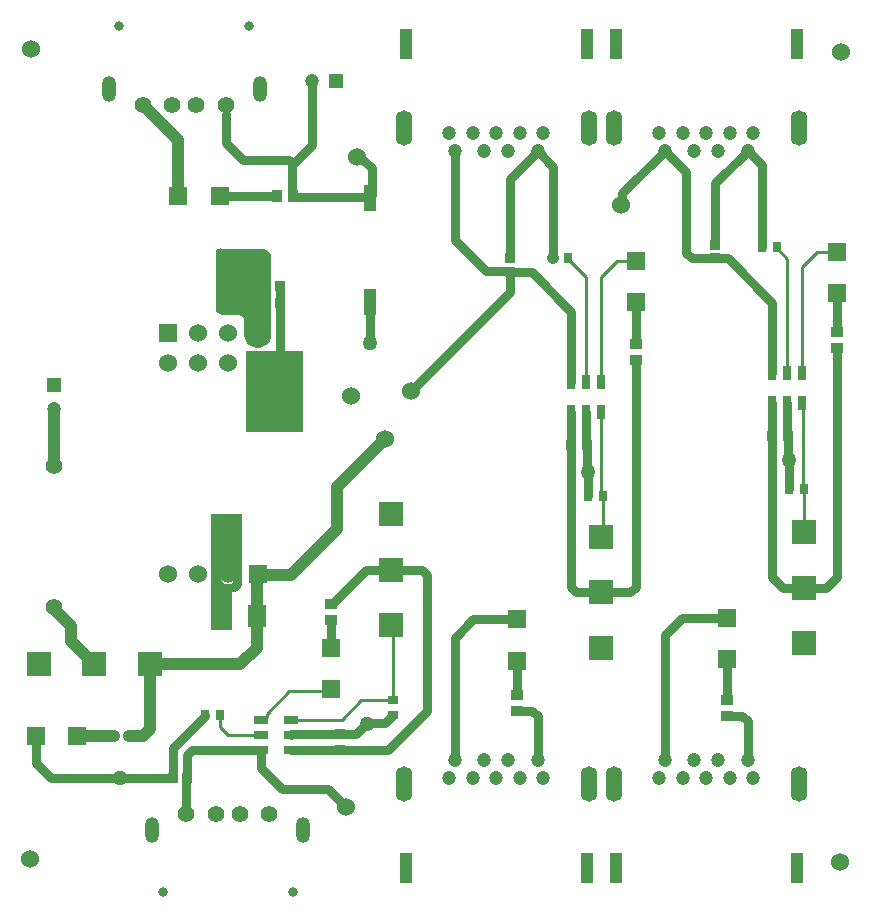
<source format=gtl>
G04*
G04 #@! TF.GenerationSoftware,Altium Limited,Altium Designer,20.0.10 (225)*
G04*
G04 Layer_Physical_Order=1*
G04 Layer_Color=255*
%FSLAX25Y25*%
%MOIN*%
G70*
G01*
G75*
%ADD10C,0.01000*%
%ADD45R,0.02953X0.03347*%
%ADD46R,0.03347X0.03740*%
%ADD47R,0.02500X0.05000*%
%ADD48R,0.03150X0.03740*%
%ADD49R,0.03543X0.03347*%
%ADD50R,0.03347X0.02953*%
%ADD51R,0.03347X0.03543*%
%ADD52R,0.05000X0.02500*%
%ADD53R,0.03740X0.03347*%
%ADD54R,0.04331X0.08661*%
%ADD55R,0.04134X0.03543*%
%ADD56R,0.03543X0.04134*%
%ADD57R,0.02756X0.03347*%
%ADD58R,0.04331X0.09843*%
%ADD59R,0.05906X0.05906*%
%ADD60R,0.05906X0.05906*%
%ADD61R,0.06102X0.07480*%
%ADD62C,0.04000*%
%ADD63C,0.03000*%
%ADD64C,0.06000*%
%ADD65R,0.06000X0.06000*%
%ADD66R,0.08000X0.08000*%
%ADD67R,0.08000X0.08000*%
%ADD68C,0.04724*%
%ADD69R,0.04724X0.04724*%
%ADD70R,0.04724X0.04724*%
%ADD71O,0.05512X0.11811*%
%ADD72O,0.04724X0.08661*%
%ADD73C,0.05591*%
%ADD74C,0.03150*%
%ADD75C,0.05512*%
%ADD76C,0.05000*%
G36*
X485750Y307250D02*
Y306930D01*
X485625Y306302D01*
X485380Y305711D01*
X485024Y305178D01*
X484572Y304726D01*
X484039Y304370D01*
X483448Y304125D01*
X482820Y304000D01*
X482500D01*
Y291500D01*
X475500D01*
X475500Y330000D01*
X485750Y330000D01*
X485750Y307250D01*
D02*
G37*
G36*
X506000Y357500D02*
X487000D01*
Y384500D01*
X490358D01*
X490358Y384500D01*
X490458D01*
X490557Y384480D01*
X491000Y384480D01*
X491443D01*
X491542Y384500D01*
X506000D01*
Y357500D01*
D02*
G37*
G36*
X478877Y418535D02*
X492000Y418536D01*
X492000Y418535D01*
X492000Y418535D01*
X492000D01*
X492490Y418511D01*
X493123Y418374D01*
X493814Y418058D01*
X494422Y417603D01*
X494920Y417029D01*
X495284Y416363D01*
X495499Y415634D01*
X495554Y414876D01*
X495500Y414500D01*
X495500Y390000D01*
X495500Y390000D01*
Y389557D01*
X495327Y388687D01*
X494988Y387868D01*
X494495Y387131D01*
X493868Y386505D01*
X493131Y386012D01*
X492313Y385673D01*
X491443Y385500D01*
X491000D01*
X490557Y385500D01*
X489687Y385673D01*
X488868Y386012D01*
X488131Y386505D01*
X487504Y387131D01*
X487012Y387868D01*
X486673Y388687D01*
X486500Y389557D01*
X486500Y390000D01*
Y394500D01*
X486462Y394890D01*
X486163Y395611D01*
X485611Y396163D01*
X484890Y396462D01*
X484500Y396500D01*
X479000Y396500D01*
X479000Y396500D01*
X478552Y396549D01*
X477762Y396983D01*
X477199Y397686D01*
X476949Y398552D01*
X477000Y399000D01*
X477000Y417500D01*
X477094Y417783D01*
X477475Y418241D01*
X477997Y418529D01*
X478588Y418607D01*
X478877Y418535D01*
D02*
G37*
G36*
X558150Y349783D02*
D01*
D02*
G37*
%LPC*%
G36*
X481000Y312549D02*
X480024Y312355D01*
X479198Y311802D01*
X478645Y310976D01*
X478451Y310000D01*
Y309188D01*
X478645Y308213D01*
X479198Y307386D01*
X480024Y306833D01*
X481000Y306639D01*
X481976Y306833D01*
X482802Y307386D01*
X483355Y308213D01*
X483549Y309188D01*
Y310000D01*
X483355Y310976D01*
X482802Y311802D01*
X481976Y312355D01*
X481000Y312549D01*
D02*
G37*
%LPD*%
D10*
X536000Y268059D02*
Y293000D01*
X605500Y336559D02*
X606059Y336000D01*
X605500Y336559D02*
Y364000D01*
X525559Y268059D02*
X536000D01*
X502000Y261500D02*
X519000D01*
X525559Y268059D01*
X493936Y263436D02*
X501500Y271000D01*
X514890D01*
X515500Y271610D01*
X481000Y256500D02*
X492000D01*
X478461Y259039D02*
Y263000D01*
Y259039D02*
X481000Y256500D01*
X492000Y261500D02*
X493186D01*
X493936Y262250D01*
Y263436D01*
X605500Y322500D02*
X606059Y323059D01*
Y336000D01*
X672500Y377000D02*
Y412500D01*
X677390Y417390D01*
X684000D01*
X605500Y374000D02*
Y409000D01*
X610890Y414390D02*
X617000D01*
X605500Y409000D02*
X610890Y414390D01*
X663961Y418705D02*
X667500Y415165D01*
Y377000D02*
Y415165D01*
X663961Y418705D02*
Y419000D01*
X672780Y338779D02*
X673059Y338500D01*
X672780Y338779D02*
Y366721D01*
X672500Y367000D02*
X672780Y366721D01*
X673000Y324000D02*
X673059Y324059D01*
Y338500D01*
X600500Y374000D02*
Y409165D01*
X594461Y415205D02*
X600500Y409165D01*
X594461Y415205D02*
Y415500D01*
D45*
X667941Y338500D02*
D03*
X673059D02*
D03*
X600941Y336000D02*
D03*
X606059D02*
D03*
D46*
X667658Y356000D02*
D03*
X662343D02*
D03*
X600658Y353000D02*
D03*
X595342D02*
D03*
D47*
X672500Y367000D02*
D03*
X667500D02*
D03*
X662500D02*
D03*
X672500Y377000D02*
D03*
X667500D02*
D03*
X662500D02*
D03*
X605500Y364000D02*
D03*
X600500D02*
D03*
X595500D02*
D03*
X605500Y374000D02*
D03*
X600500D02*
D03*
X595500D02*
D03*
D48*
X659039Y419000D02*
D03*
X663961D02*
D03*
X589539Y415500D02*
D03*
X594461D02*
D03*
X473539Y263000D02*
D03*
X478461D02*
D03*
D49*
X643500Y415236D02*
D03*
Y419764D02*
D03*
X575000Y410736D02*
D03*
Y415264D02*
D03*
D50*
X536000Y262941D02*
D03*
Y268059D02*
D03*
D51*
X467264Y242000D02*
D03*
X462736D02*
D03*
X493736Y400500D02*
D03*
X498264D02*
D03*
X493736Y406000D02*
D03*
X498264D02*
D03*
D52*
X502000Y261500D02*
D03*
Y256500D02*
D03*
Y251500D02*
D03*
X492000Y261500D02*
D03*
Y256500D02*
D03*
Y251500D02*
D03*
D53*
X518500Y256658D02*
D03*
Y251343D02*
D03*
D54*
X528500Y400677D02*
D03*
Y435323D02*
D03*
D55*
X577500Y264342D02*
D03*
Y269657D02*
D03*
X617000Y386658D02*
D03*
Y381343D02*
D03*
X647500Y262842D02*
D03*
Y268158D02*
D03*
X684000Y390657D02*
D03*
Y385343D02*
D03*
X515500Y294843D02*
D03*
Y300157D02*
D03*
D56*
X497342Y436000D02*
D03*
X502658D02*
D03*
D57*
X443039Y256000D02*
D03*
X447961D02*
D03*
D58*
X540382Y212197D02*
D03*
X600618D02*
D03*
X600618Y486803D02*
D03*
X540382D02*
D03*
X610382Y212197D02*
D03*
X670618D02*
D03*
X670618Y486803D02*
D03*
X610382D02*
D03*
D59*
X577500Y294890D02*
D03*
Y281110D02*
D03*
X617000Y414390D02*
D03*
Y400610D02*
D03*
X647500Y295390D02*
D03*
Y281610D02*
D03*
X684000Y417390D02*
D03*
Y403610D02*
D03*
X515500Y271610D02*
D03*
Y285390D02*
D03*
D60*
X464500Y436000D02*
D03*
X478279D02*
D03*
X417110Y256000D02*
D03*
X430890D02*
D03*
D61*
X479193Y296000D02*
D03*
X490807D02*
D03*
D62*
X455000Y258343D02*
Y280000D01*
X485136D01*
X490654Y285518D01*
X452657Y256000D02*
X455000Y258343D01*
X447961Y256000D02*
X452657D01*
X490807Y309653D02*
X502153D01*
X490807D02*
Y309807D01*
Y296000D02*
Y309653D01*
X490654Y285518D02*
Y296000D01*
X490807Y309807D02*
X491000Y310000D01*
X589500Y415539D02*
X589539Y415500D01*
X464500Y436000D02*
Y454626D01*
X452720Y466405D02*
X464500Y454626D01*
X430890Y256000D02*
X442961D01*
X517386Y338886D02*
X533500Y355000D01*
X517386Y324886D02*
Y338886D01*
X502153Y309653D02*
X517386Y324886D01*
X423000Y298469D02*
Y298878D01*
Y298469D02*
X428843Y292626D01*
Y287657D02*
Y292626D01*
Y287657D02*
X436500Y280000D01*
X423073Y364990D02*
X423146Y365063D01*
X423073Y346195D02*
Y364990D01*
X423000Y346122D02*
X423073Y346195D01*
D63*
X481000Y309188D02*
Y310000D01*
X595500Y350854D02*
Y364000D01*
X617000Y381343D02*
Y381614D01*
Y305757D02*
Y381343D01*
X605500Y304000D02*
X615243D01*
X597100D02*
X605500D01*
X502000Y251500D02*
X534500D01*
X498264Y400500D02*
Y406000D01*
Y382257D02*
Y400500D01*
X533383Y260383D02*
X536000Y263000D01*
X492000Y251360D02*
Y251500D01*
Y245500D02*
Y251360D01*
X469021D02*
X492000D01*
X467228Y230102D02*
Y242000D01*
X626721Y451055D02*
X633872Y443904D01*
X502658Y436000D02*
X502794Y435864D01*
X502569Y436089D02*
X502658Y436000D01*
X502794Y435864D02*
X528500D01*
X502569Y446746D02*
X502658Y446658D01*
X501315Y448000D02*
X502569Y446746D01*
X556720Y421279D02*
X567091Y410910D01*
X556720Y421279D02*
Y451055D01*
X615243Y304000D02*
X617000Y305757D01*
Y386658D02*
Y400610D01*
X496506Y380500D02*
X498264Y382257D01*
X491000Y380500D02*
X496506D01*
X515500Y285390D02*
Y294843D01*
X417110Y246890D02*
X422000Y242000D01*
X417110Y246890D02*
Y256000D01*
X422000Y242000D02*
X445000D01*
X462736D01*
Y251902D02*
X473539Y262705D01*
Y263000D01*
X462736Y242000D02*
Y251902D01*
X518421Y256579D02*
X518500Y256658D01*
X502079Y256579D02*
X518421D01*
X502000Y256500D02*
X502079Y256579D01*
X518500Y256658D02*
X518673Y256831D01*
X523790D01*
X526959Y260000D01*
X527500D01*
X527883Y260383D02*
X533383D01*
X527500Y260000D02*
X527883Y260383D01*
X536000Y262941D02*
Y263000D01*
X556720Y288720D02*
X562890Y294890D01*
X577500D01*
X556720Y247945D02*
Y288720D01*
X626721Y289721D02*
X632390Y295390D01*
X647500D01*
X626721Y247945D02*
Y289721D01*
X667579Y356079D02*
X667658Y356000D01*
X667579Y356079D02*
Y366921D01*
X667500Y367000D02*
X667579Y366921D01*
X667658Y356000D02*
X667829Y355829D01*
Y348171D02*
Y355829D01*
Y348171D02*
X668000Y348000D01*
X667965Y347965D02*
X668000Y348000D01*
X667941Y338500D02*
X667965Y338524D01*
Y347965D01*
X600579Y353079D02*
X600658Y353000D01*
X600579Y353079D02*
Y363921D01*
X600500Y364000D02*
X600579Y363921D01*
X600658Y353000D02*
X600829Y352829D01*
Y344171D02*
Y352829D01*
Y344171D02*
X601000Y344000D01*
X600941Y336000D02*
X600965Y336024D01*
Y343965D01*
X601000Y344000D01*
X595342Y350697D02*
X595500Y350854D01*
X595342Y305757D02*
Y350697D01*
Y305757D02*
X597100Y304000D01*
X673000Y305500D02*
X680500D01*
X666000D02*
X673000D01*
X535500Y311500D02*
X545743D01*
X527138D02*
X535500D01*
X575000Y415264D02*
Y441776D01*
X584279Y451055D01*
X567091Y410910D02*
X574827D01*
X575000Y410736D01*
X584279Y451055D02*
X589500Y445835D01*
Y415539D02*
Y445835D01*
X643500Y415236D02*
X647764D01*
X635629D02*
X643500D01*
X612000Y433000D02*
X612574Y433574D01*
Y436909D01*
X626721Y451055D01*
Y451055D01*
X659039Y419000D02*
Y446295D01*
X654280Y451055D02*
X659039Y446295D01*
X643500Y420500D02*
Y440276D01*
X654280Y451055D01*
X647764Y415236D02*
X662500Y400500D01*
X633872Y416994D02*
Y443904D01*
Y416994D02*
X635629Y415236D01*
X662500Y377000D02*
Y400500D01*
X652522Y262842D02*
X654280Y261085D01*
Y247945D02*
Y261085D01*
X647500Y262842D02*
X652522D01*
X577500Y264342D02*
X582522D01*
X584279Y262585D01*
Y247945D02*
Y262585D01*
X647500Y268158D02*
Y281610D01*
X515795Y300157D02*
X527138Y311500D01*
X545743D02*
X547500Y309743D01*
Y264500D02*
Y309743D01*
X515500Y300157D02*
X515795D01*
X514500Y238500D02*
X520500Y232500D01*
X492000Y245500D02*
X499000Y238500D01*
X514500D01*
X534500Y251500D02*
X547500Y264500D01*
X467264Y242000D02*
Y249603D01*
X469021Y251360D01*
X467220Y230095D02*
X467228Y230102D01*
X684000Y309000D02*
Y385343D01*
X680500Y305500D02*
X684000Y309000D01*
Y390657D02*
Y403610D01*
X595500Y374000D02*
Y397500D01*
X575000Y410736D02*
X582264D01*
X595500Y397500D01*
X542000Y371000D02*
X575000Y404000D01*
X662343Y309157D02*
Y356000D01*
Y309157D02*
X666000Y305500D01*
X662343Y356000D02*
X662421Y356079D01*
Y366921D01*
X662500Y367000D01*
X575000Y404000D02*
Y410736D01*
X528500Y387000D02*
Y400677D01*
X529000Y436364D02*
Y445243D01*
X525817Y448426D02*
X529000Y445243D01*
X524574Y448426D02*
X525817D01*
X524000Y449000D02*
X524574Y448426D01*
X528500Y435864D02*
X529000Y436364D01*
X502569Y436089D02*
Y446746D01*
X683945Y403555D02*
X684000Y403610D01*
X486000Y448000D02*
X501315D01*
X480279Y453721D02*
X486000Y448000D01*
X480279Y453721D02*
Y463406D01*
X509000Y474291D02*
X509063Y474354D01*
X509000Y453000D02*
Y474291D01*
X502658Y446658D02*
X509000Y453000D01*
X478279Y436000D02*
X497342D01*
X577500Y270657D02*
Y281110D01*
X647500Y281610D02*
X647555Y281555D01*
D64*
X471000Y310000D02*
D03*
X481000D02*
D03*
X461000D02*
D03*
Y380500D02*
D03*
X471000D02*
D03*
X481000D02*
D03*
X491000D02*
D03*
Y390500D02*
D03*
X481000D02*
D03*
X471000D02*
D03*
X520500Y232500D02*
D03*
X612000Y433000D02*
D03*
X533500Y355000D02*
D03*
X542000Y371000D02*
D03*
X524000Y449000D02*
D03*
X522000Y369500D02*
D03*
X685000Y214000D02*
D03*
X415000Y215000D02*
D03*
X685500Y484000D02*
D03*
X415500Y485000D02*
D03*
D65*
X491000Y310000D02*
D03*
X461000Y390500D02*
D03*
D66*
X673000Y287000D02*
D03*
Y305500D02*
D03*
Y324000D02*
D03*
X535500Y293000D02*
D03*
Y311500D02*
D03*
Y330000D02*
D03*
X605500Y322500D02*
D03*
Y304000D02*
D03*
Y285500D02*
D03*
D67*
X418000Y280000D02*
D03*
X436500D02*
D03*
X455000D02*
D03*
D68*
X509063Y474354D02*
D03*
X423146Y365063D02*
D03*
X554752Y242039D02*
D03*
X586248D02*
D03*
X562626D02*
D03*
X570500D02*
D03*
X578374D02*
D03*
X584279Y247945D02*
D03*
X556720D02*
D03*
X574437D02*
D03*
X566563D02*
D03*
X586248Y456961D02*
D03*
X554752D02*
D03*
X578374D02*
D03*
X570500D02*
D03*
X562626D02*
D03*
X556720Y451055D02*
D03*
X584279D02*
D03*
X566563D02*
D03*
X574437D02*
D03*
X624752Y242039D02*
D03*
X656248D02*
D03*
X632626D02*
D03*
X640500D02*
D03*
X648374D02*
D03*
X654280Y247945D02*
D03*
X626721D02*
D03*
X644437D02*
D03*
X636563D02*
D03*
X656248Y456961D02*
D03*
X624752D02*
D03*
X648374D02*
D03*
X640500D02*
D03*
X632626D02*
D03*
X626721Y451055D02*
D03*
X654280D02*
D03*
X636563D02*
D03*
X644437D02*
D03*
D69*
X516937Y474354D02*
D03*
D70*
X423146Y372937D02*
D03*
D71*
X601405Y240150D02*
D03*
X539595D02*
D03*
X539595Y458850D02*
D03*
X601405D02*
D03*
X671406Y240150D02*
D03*
X609594D02*
D03*
X609594Y458850D02*
D03*
X671406D02*
D03*
D72*
X441303Y471721D02*
D03*
X491697D02*
D03*
X506197Y224780D02*
D03*
X455803D02*
D03*
D73*
X480279Y466405D02*
D03*
X452720D02*
D03*
X470437D02*
D03*
X462563D02*
D03*
X467220Y230095D02*
D03*
X494779D02*
D03*
X477063D02*
D03*
X484937D02*
D03*
D74*
X488154Y492587D02*
D03*
X444846D02*
D03*
X459346Y203913D02*
D03*
X502654D02*
D03*
D75*
X423000Y298878D02*
D03*
Y346122D02*
D03*
D76*
X495000Y371000D02*
D03*
Y362500D02*
D03*
X481000Y319000D02*
D03*
Y326000D02*
D03*
X502500Y362500D02*
D03*
Y371000D02*
D03*
Y378000D02*
D03*
X487500Y415000D02*
D03*
Y408000D02*
D03*
Y401000D02*
D03*
X480500D02*
D03*
Y408000D02*
D03*
Y415000D02*
D03*
X601000Y344000D02*
D03*
X527500Y260000D02*
D03*
X445000Y242000D02*
D03*
X668000Y348000D02*
D03*
X528500Y387000D02*
D03*
M02*

</source>
